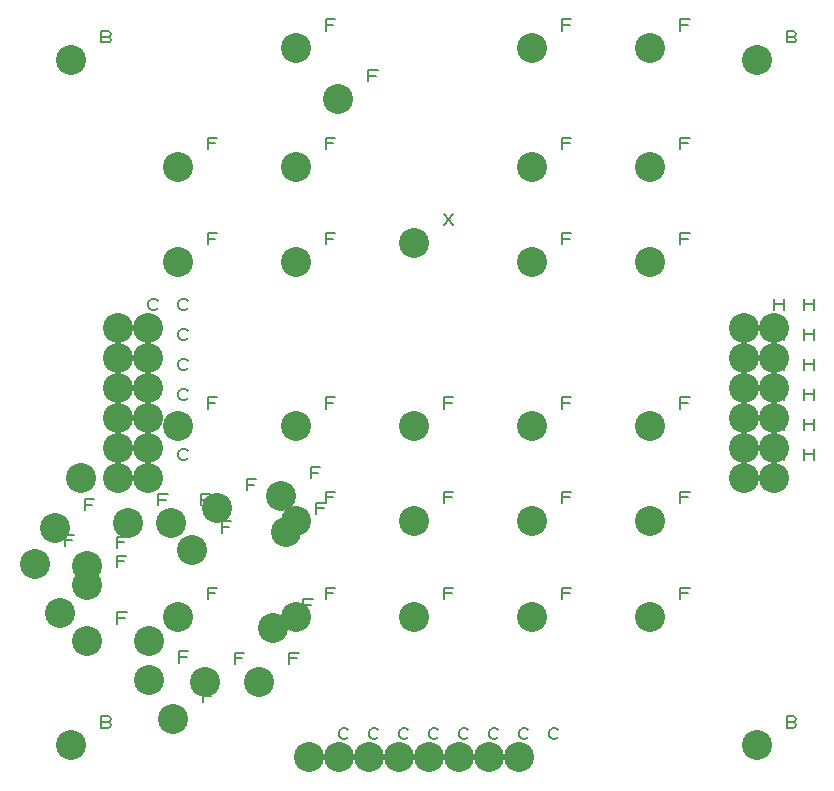
<source format=gbr>
G04 DesignSpark PCB PRO Gerber Version 10.0 Build 5299*
G04 #@! TF.Part,Single*
G04 #@! TF.FileFunction,Drillmap*
G04 #@! TF.FilePolarity,Positive*
%FSLAX35Y35*%
%MOIN*%
%ADD22C,0.00500*%
G04 #@! TA.AperFunction,ViaPad*
%ADD21C,0.10000*%
G04 #@! TD.AperFunction*
X0Y0D02*
D02*
D21*
X15748Y84547D03*
X22441Y96457D03*
X24252Y68071D03*
X27953Y24016D03*
Y252362D03*
X31102Y113189D03*
X33071Y77559D03*
Y83858D03*
X33268Y58661D03*
X43543Y113189D03*
Y123189D03*
Y133189D03*
Y143189D03*
Y153189D03*
Y163189D03*
X46850Y98031D03*
X53543Y113189D03*
Y123189D03*
Y133189D03*
Y143189D03*
Y153189D03*
Y163189D03*
X53819Y45669D03*
X53937Y58661D03*
X61067Y98031D03*
X61811Y32677D03*
X63386Y66929D03*
Y130315D03*
Y185039D03*
Y216929D03*
X68110Y88976D03*
X72441Y45276D03*
X76378Y103150D03*
X90551Y45276D03*
X95276Y62992D03*
X97638Y107087D03*
X99606Y95276D03*
X102756Y66929D03*
Y98819D03*
Y130315D03*
Y185039D03*
Y216929D03*
Y256299D03*
X107087Y20079D03*
X116929Y239370D03*
X117087Y20079D03*
X127087D03*
X137087D03*
X142126Y66929D03*
Y98819D03*
Y130315D03*
Y191516D03*
X147087Y20079D03*
X157087D03*
X167087D03*
X177087D03*
X181496Y66929D03*
Y98819D03*
Y130315D03*
Y185039D03*
Y216929D03*
Y256299D03*
X220866Y66929D03*
Y98819D03*
Y130315D03*
Y185039D03*
Y216929D03*
Y256299D03*
X252205Y113189D03*
Y123189D03*
Y133189D03*
Y143189D03*
Y153189D03*
Y163189D03*
X256299Y24016D03*
Y252362D03*
X262205Y113189D03*
Y123189D03*
Y133189D03*
Y143189D03*
Y153189D03*
Y163189D03*
D02*
D22*
X25748Y90485D02*
Y94235D01*
X28873D01*
X28248Y92360D02*
X25748D01*
X32441Y102394D02*
Y106144D01*
X35566D01*
X34941Y104269D02*
X32441D01*
X34252Y74008D02*
Y77758D01*
X37377D01*
X36752Y75883D02*
X34252D01*
X40140Y31828D02*
X40765Y31516D01*
X41078Y30891D01*
X40765Y30266D01*
X40140Y29953D01*
X37953D01*
Y33703D01*
X40140D01*
X40765Y33391D01*
X41078Y32766D01*
X40765Y32141D01*
X40140Y31828D01*
X37953D01*
X40140Y260175D02*
X40765Y259862D01*
X41078Y259237D01*
X40765Y258612D01*
X40140Y258300D01*
X37953D01*
Y262050D01*
X40140D01*
X40765Y261737D01*
X41078Y261112D01*
X40765Y260487D01*
X40140Y260175D01*
X37953D01*
X41102Y119126D02*
Y122876D01*
X43290D01*
X43915Y122564D01*
X44228Y121939D01*
X43915Y121314D01*
X43290Y121002D01*
X41102D01*
X43290D02*
X44228Y119126D01*
X43071Y83496D02*
Y87246D01*
X46196D01*
X45571Y85372D02*
X43071D01*
Y89796D02*
Y93546D01*
X46196D01*
X45571Y91671D02*
X43071D01*
X43268Y64599D02*
Y68349D01*
X46393D01*
X45768Y66474D02*
X43268D01*
X56669Y119752D02*
X56356Y119439D01*
X55731Y119126D01*
X54793D01*
X54169Y119439D01*
X53856Y119752D01*
X53543Y120376D01*
Y121626D01*
X53856Y122252D01*
X54169Y122564D01*
X54793Y122876D01*
X55731D01*
X56356Y122564D01*
X56669Y122252D01*
Y129752D02*
X56356Y129439D01*
X55731Y129126D01*
X54793D01*
X54169Y129439D01*
X53856Y129752D01*
X53543Y130376D01*
Y131626D01*
X53856Y132252D01*
X54169Y132564D01*
X54793Y132876D01*
X55731D01*
X56356Y132564D01*
X56669Y132252D01*
Y139752D02*
X56356Y139439D01*
X55731Y139126D01*
X54793D01*
X54169Y139439D01*
X53856Y139752D01*
X53543Y140376D01*
Y141626D01*
X53856Y142252D01*
X54169Y142564D01*
X54793Y142876D01*
X55731D01*
X56356Y142564D01*
X56669Y142252D01*
Y149752D02*
X56356Y149439D01*
X55731Y149126D01*
X54793D01*
X54169Y149439D01*
X53856Y149752D01*
X53543Y150376D01*
Y151626D01*
X53856Y152252D01*
X54169Y152564D01*
X54793Y152876D01*
X55731D01*
X56356Y152564D01*
X56669Y152252D01*
Y159752D02*
X56356Y159439D01*
X55731Y159126D01*
X54793D01*
X54169Y159439D01*
X53856Y159752D01*
X53543Y160376D01*
Y161626D01*
X53856Y162252D01*
X54169Y162564D01*
X54793Y162876D01*
X55731D01*
X56356Y162564D01*
X56669Y162252D01*
Y169752D02*
X56356Y169439D01*
X55731Y169126D01*
X54793D01*
X54169Y169439D01*
X53856Y169752D01*
X53543Y170376D01*
Y171626D01*
X53856Y172252D01*
X54169Y172564D01*
X54793Y172876D01*
X55731D01*
X56356Y172564D01*
X56669Y172252D01*
X56850Y103969D02*
Y107719D01*
X59976D01*
X59350Y105844D02*
X56850D01*
X66669Y119752D02*
X66356Y119439D01*
X65731Y119126D01*
X64793D01*
X64169Y119439D01*
X63856Y119752D01*
X63543Y120376D01*
Y121626D01*
X63856Y122252D01*
X64169Y122564D01*
X64793Y122876D01*
X65731D01*
X66356Y122564D01*
X66669Y122252D01*
Y129752D02*
X66356Y129439D01*
X65731Y129126D01*
X64793D01*
X64169Y129439D01*
X63856Y129752D01*
X63543Y130376D01*
Y131626D01*
X63856Y132252D01*
X64169Y132564D01*
X64793Y132876D01*
X65731D01*
X66356Y132564D01*
X66669Y132252D01*
Y139752D02*
X66356Y139439D01*
X65731Y139126D01*
X64793D01*
X64169Y139439D01*
X63856Y139752D01*
X63543Y140376D01*
Y141626D01*
X63856Y142252D01*
X64169Y142564D01*
X64793Y142876D01*
X65731D01*
X66356Y142564D01*
X66669Y142252D01*
Y149752D02*
X66356Y149439D01*
X65731Y149126D01*
X64793D01*
X64169Y149439D01*
X63856Y149752D01*
X63543Y150376D01*
Y151626D01*
X63856Y152252D01*
X64169Y152564D01*
X64793Y152876D01*
X65731D01*
X66356Y152564D01*
X66669Y152252D01*
Y159752D02*
X66356Y159439D01*
X65731Y159126D01*
X64793D01*
X64169Y159439D01*
X63856Y159752D01*
X63543Y160376D01*
Y161626D01*
X63856Y162252D01*
X64169Y162564D01*
X64793Y162876D01*
X65731D01*
X66356Y162564D01*
X66669Y162252D01*
Y169752D02*
X66356Y169439D01*
X65731Y169126D01*
X64793D01*
X64169Y169439D01*
X63856Y169752D01*
X63543Y170376D01*
Y171626D01*
X63856Y172252D01*
X64169Y172564D01*
X64793Y172876D01*
X65731D01*
X66356Y172564D01*
X66669Y172252D01*
X63819Y51607D02*
Y55357D01*
X66944D01*
X66319Y53482D02*
X63819D01*
X63937Y64599D02*
Y68349D01*
X67062D01*
X66437Y66474D02*
X63937D01*
X71067Y103969D02*
Y107719D01*
X74192D01*
X73567Y105844D02*
X71067D01*
X71811Y38615D02*
Y42365D01*
X74936D01*
X74311Y40490D02*
X71811D01*
X73386Y72867D02*
Y76617D01*
X76511D01*
X75886Y74742D02*
X73386D01*
Y136252D02*
Y140002D01*
X76511D01*
X75886Y138128D02*
X73386D01*
Y190977D02*
Y194727D01*
X76511D01*
X75886Y192852D02*
X73386D01*
Y222867D02*
Y226617D01*
X76511D01*
X75886Y224742D02*
X73386D01*
X78110Y94914D02*
Y98664D01*
X81235D01*
X80610Y96789D02*
X78110D01*
X82441Y51213D02*
Y54963D01*
X85566D01*
X84941Y53088D02*
X82441D01*
X86378Y109087D02*
Y112837D01*
X89503D01*
X88878Y110962D02*
X86378D01*
X100551Y51213D02*
Y54963D01*
X103676D01*
X103051Y53088D02*
X100551D01*
X105276Y68930D02*
Y72680D01*
X108401D01*
X107776Y70805D02*
X105276D01*
X107638Y113024D02*
Y116774D01*
X110763D01*
X110138Y114899D02*
X107638D01*
X109606Y101213D02*
Y104963D01*
X112731D01*
X112106Y103088D02*
X109606D01*
X112756Y72867D02*
Y76617D01*
X115881D01*
X115256Y74742D02*
X112756D01*
Y104756D02*
Y108506D01*
X115881D01*
X115256Y106631D02*
X112756D01*
Y136252D02*
Y140002D01*
X115881D01*
X115256Y138128D02*
X112756D01*
Y190977D02*
Y194727D01*
X115881D01*
X115256Y192852D02*
X112756D01*
Y222867D02*
Y226617D01*
X115881D01*
X115256Y224742D02*
X112756D01*
Y262237D02*
Y265987D01*
X115881D01*
X115256Y264112D02*
X112756D01*
X120212Y26641D02*
X119899Y26329D01*
X119274Y26016D01*
X118337D01*
X117712Y26329D01*
X117399Y26641D01*
X117087Y27266D01*
Y28516D01*
X117399Y29141D01*
X117712Y29454D01*
X118337Y29766D01*
X119274D01*
X119899Y29454D01*
X120212Y29141D01*
X126929Y245307D02*
Y249057D01*
X130054D01*
X129429Y247183D02*
X126929D01*
X130212Y26641D02*
X129899Y26329D01*
X129274Y26016D01*
X128337D01*
X127712Y26329D01*
X127399Y26641D01*
X127087Y27266D01*
Y28516D01*
X127399Y29141D01*
X127712Y29454D01*
X128337Y29766D01*
X129274D01*
X129899Y29454D01*
X130212Y29141D01*
X140212Y26641D02*
X139899Y26329D01*
X139274Y26016D01*
X138337D01*
X137712Y26329D01*
X137399Y26641D01*
X137087Y27266D01*
Y28516D01*
X137399Y29141D01*
X137712Y29454D01*
X138337Y29766D01*
X139274D01*
X139899Y29454D01*
X140212Y29141D01*
X150212Y26641D02*
X149899Y26329D01*
X149274Y26016D01*
X148337D01*
X147712Y26329D01*
X147399Y26641D01*
X147087Y27266D01*
Y28516D01*
X147399Y29141D01*
X147712Y29454D01*
X148337Y29766D01*
X149274D01*
X149899Y29454D01*
X150212Y29141D01*
X152126Y72867D02*
Y76617D01*
X155251D01*
X154626Y74742D02*
X152126D01*
Y104756D02*
Y108506D01*
X155251D01*
X154626Y106631D02*
X152126D01*
Y136252D02*
Y140002D01*
X155251D01*
X154626Y138128D02*
X152126D01*
Y197453D02*
X155251Y201203D01*
X152126D02*
X155251Y197453D01*
X160212Y26641D02*
X159899Y26329D01*
X159274Y26016D01*
X158337D01*
X157712Y26329D01*
X157399Y26641D01*
X157087Y27266D01*
Y28516D01*
X157399Y29141D01*
X157712Y29454D01*
X158337Y29766D01*
X159274D01*
X159899Y29454D01*
X160212Y29141D01*
X170212Y26641D02*
X169899Y26329D01*
X169274Y26016D01*
X168337D01*
X167712Y26329D01*
X167399Y26641D01*
X167087Y27266D01*
Y28516D01*
X167399Y29141D01*
X167712Y29454D01*
X168337Y29766D01*
X169274D01*
X169899Y29454D01*
X170212Y29141D01*
X180212Y26641D02*
X179899Y26329D01*
X179274Y26016D01*
X178337D01*
X177712Y26329D01*
X177399Y26641D01*
X177087Y27266D01*
Y28516D01*
X177399Y29141D01*
X177712Y29454D01*
X178337Y29766D01*
X179274D01*
X179899Y29454D01*
X180212Y29141D01*
X190212Y26641D02*
X189899Y26329D01*
X189274Y26016D01*
X188337D01*
X187712Y26329D01*
X187399Y26641D01*
X187087Y27266D01*
Y28516D01*
X187399Y29141D01*
X187712Y29454D01*
X188337Y29766D01*
X189274D01*
X189899Y29454D01*
X190212Y29141D01*
X191496Y72867D02*
Y76617D01*
X194621D01*
X193996Y74742D02*
X191496D01*
Y104756D02*
Y108506D01*
X194621D01*
X193996Y106631D02*
X191496D01*
Y136252D02*
Y140002D01*
X194621D01*
X193996Y138128D02*
X191496D01*
Y190977D02*
Y194727D01*
X194621D01*
X193996Y192852D02*
X191496D01*
Y222867D02*
Y226617D01*
X194621D01*
X193996Y224742D02*
X191496D01*
Y262237D02*
Y265987D01*
X194621D01*
X193996Y264112D02*
X191496D01*
X230866Y72867D02*
Y76617D01*
X233991D01*
X233366Y74742D02*
X230866D01*
Y104756D02*
Y108506D01*
X233991D01*
X233366Y106631D02*
X230866D01*
Y136252D02*
Y140002D01*
X233991D01*
X233366Y138128D02*
X230866D01*
Y190977D02*
Y194727D01*
X233991D01*
X233366Y192852D02*
X230866D01*
Y222867D02*
Y226617D01*
X233991D01*
X233366Y224742D02*
X230866D01*
Y262237D02*
Y265987D01*
X233991D01*
X233366Y264112D02*
X230866D01*
X262205Y119126D02*
Y122876D01*
Y121002D02*
X265330D01*
Y119126D02*
Y122876D01*
X262205Y129126D02*
Y132876D01*
Y131002D02*
X265330D01*
Y129126D02*
Y132876D01*
X262205Y139126D02*
Y142876D01*
Y141002D02*
X265330D01*
Y139126D02*
Y142876D01*
X262205Y149126D02*
Y152876D01*
Y151002D02*
X265330D01*
Y149126D02*
Y152876D01*
X262205Y159126D02*
Y162876D01*
Y161002D02*
X265330D01*
Y159126D02*
Y162876D01*
X262205Y169126D02*
Y172876D01*
Y171002D02*
X265330D01*
Y169126D02*
Y172876D01*
X268487Y31828D02*
X269112Y31516D01*
X269424Y30891D01*
X269112Y30266D01*
X268487Y29953D01*
X266299D01*
Y33703D01*
X268487D01*
X269112Y33391D01*
X269424Y32766D01*
X269112Y32141D01*
X268487Y31828D01*
X266299D01*
X268487Y260175D02*
X269112Y259862D01*
X269424Y259237D01*
X269112Y258612D01*
X268487Y258300D01*
X266299D01*
Y262050D01*
X268487D01*
X269112Y261737D01*
X269424Y261112D01*
X269112Y260487D01*
X268487Y260175D01*
X266299D01*
X272205Y119126D02*
Y122876D01*
Y121002D02*
X275330D01*
Y119126D02*
Y122876D01*
X272205Y129126D02*
Y132876D01*
Y131002D02*
X275330D01*
Y129126D02*
Y132876D01*
X272205Y139126D02*
Y142876D01*
Y141002D02*
X275330D01*
Y139126D02*
Y142876D01*
X272205Y149126D02*
Y152876D01*
Y151002D02*
X275330D01*
Y149126D02*
Y152876D01*
X272205Y159126D02*
Y162876D01*
Y161002D02*
X275330D01*
Y159126D02*
Y162876D01*
X272205Y169126D02*
Y172876D01*
Y171002D02*
X275330D01*
Y169126D02*
Y172876D01*
X0Y0D02*
M02*

</source>
